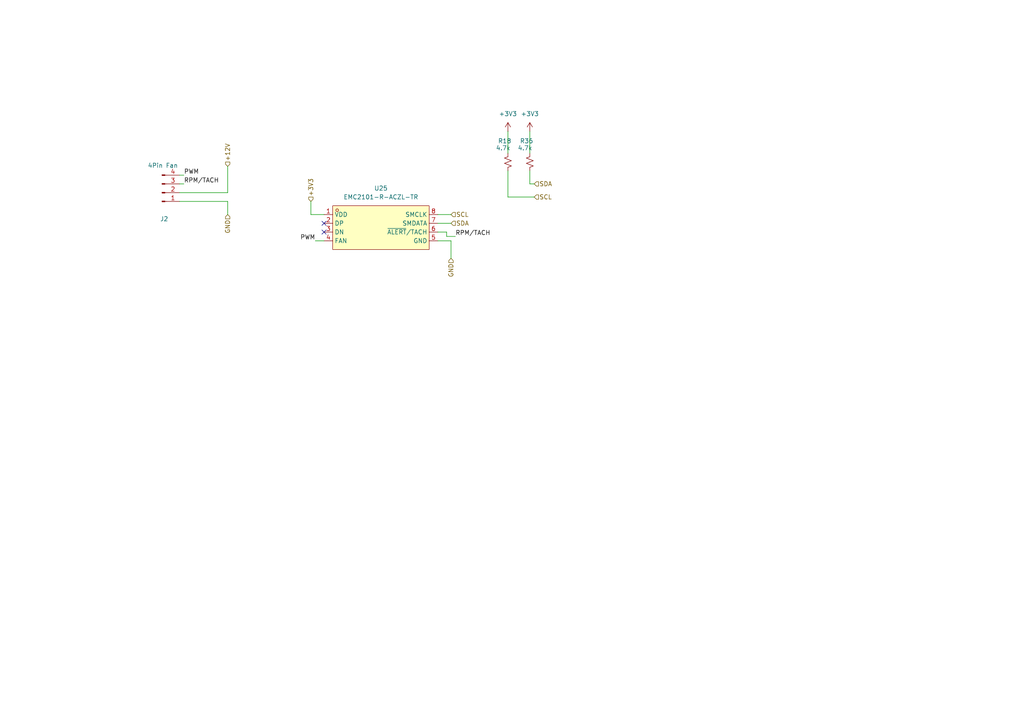
<source format=kicad_sch>
(kicad_sch (version 20250114) (generator "eeschema") (generator_version "9.0")
  (paper "A4")
  (lib_symbols
    (symbol "Connector:Conn_01x04_Pin" (pin_names (offset 1.016) (hide yes))
      (property "Reference" "J" (at 0 5.08 0))
      (property "Value" "Conn_01x04_Pin" (at 0 -7.62 0))
      (symbol "Conn_01x04_Pin_1_1"
        (rectangle (start 0.8636 2.667) (end 0 2.413) (stroke (width 0.1524)) (fill (type outline)))
        (rectangle (start 0.8636 0.127) (end 0 -0.127) (stroke (width 0.1524)) (fill (type outline)))
        (rectangle (start 0.8636 -2.413) (end 0 -2.667) (stroke (width 0.1524)) (fill (type outline)))
        (rectangle (start 0.8636 -4.953) (end 0 -5.207) (stroke (width 0.1524)) (fill (type outline)))
        (polyline (pts (xy 1.27 2.54) (xy 0.8636 2.54)) (stroke (width 0.1524)))
        (polyline (pts (xy 1.27 0) (xy 0.8636 0)) (stroke (width 0.1524)))
        (polyline (pts (xy 1.27 -2.54) (xy 0.8636 -2.54)) (stroke (width 0.1524)))
        (polyline (pts (xy 1.27 -5.08) (xy 0.8636 -5.08)) (stroke (width 0.1524)))
        (pin passive line (at 5.08 2.54 180) (length 3.81) (name "Pin_1") (number "1"))
        (pin passive line (at 5.08 0 180) (length 3.81) (name "Pin_2") (number "2"))
        (pin passive line (at 5.08 -2.54 180) (length 3.81) (name "Pin_3") (number "3"))
        (pin passive line (at 5.08 -5.08 180) (length 3.81) (name "Pin_4") (number "4"))
      )
    )
    (symbol "Device:R_Small_US" (pin_numbers (hide yes)) (pin_names (offset 0.254) (hide yes))
      (property "Reference" "R" (at 0.762 0.508 0))
      (property "Value" "R_Small_US" (at 0.762 -1.016 0))
      (symbol "R_Small_US_1_1"
        (polyline (pts (xy 0 1.524) (xy 1.016 1.143) (xy 0 0.762) (xy -1.016 0.381) (xy 0 0)))
        (polyline (pts (xy 0 0) (xy 1.016 -0.381) (xy 0 -0.762) (xy -1.016 -1.143) (xy 0 -1.524)))
        (pin passive line (at 0 2.54 270) (length 1.016) (name "~") (number "1"))
        (pin passive line (at 0 -2.54 90) (length 1.016) (name "~") (number "2"))
      )
    )
    (symbol "EasyEDA:EMC2101-R-ACZL-TR"
      (property "Reference" "U" (at 0 8.89 0))
      (property "Value" "EMC2101-R-ACZL-TR" (at 0 -8.89 0))
      (symbol "EMC2101-R-ACZL-TR_0_1"
        (rectangle (start -13.97 6.35) (end 13.97 -6.35) (fill (type background)))
        (circle (center -12.7 5.08) (radius 0.38))
        (pin unspecified line (at -16.51 3.81 0) (length 2.54) (name "VDD") (number "1"))
        (pin unspecified line (at -16.51 1.27 0) (length 2.54) (name "DP") (number "2"))
        (pin unspecified line (at -16.51 -1.27 0) (length 2.54) (name "DN") (number "3"))
        (pin unspecified line (at -16.51 -3.81 0) (length 2.54) (name "FAN") (number "4"))
        (pin unspecified line (at 16.51 3.81 180) (length 2.54) (name "SMCLK") (number "8"))
        (pin unspecified line (at 16.51 1.27 180) (length 2.54) (name "SMDATA") (number "7"))
        (pin unspecified line (at 16.51 -1.27 180) (length 2.54) (name "~{ALERT}/TACH") (number "6"))
        (pin unspecified line (at 16.51 -3.81 180) (length 2.54) (name "GND") (number "5"))
      )
    )
    (symbol "power:+3V3" (power) (pin_numbers (hide yes)) (pin_names (offset 0) (hide yes))
      (property "Value" "+3V3" (at 0 3.556 0))
      (symbol "+3V3_0_1"
        (polyline (pts (xy -0.762 1.27) (xy 0 2.54)))
        (polyline (pts (xy 0 2.54) (xy 0.762 1.27)))
        (polyline (pts (xy 0 0) (xy 0 2.54)))
      )
      (symbol "+3V3_1_1"
        (pin power_in line (at 0 0 90) (length 0) (name "~") (number "1"))
      )
    )
  )
  (no_connect (at 93.98 67.31))
  (no_connect (at 93.98 64.77))
  (wire (pts (xy 127 69.85) (xy 130.81 69.85)))
  (wire (pts (xy 147.32 49.53) (xy 147.32 57.15)))
  (wire (pts (xy 66.04 55.88) (xy 52.07 55.88)))
  (wire (pts (xy 129.54 68.58) (xy 132.08 68.58)))
  (wire (pts (xy 90.17 62.23) (xy 93.98 62.23)))
  (wire (pts (xy 52.07 53.34) (xy 53.34 53.34)))
  (wire (pts (xy 66.04 58.42) (xy 52.07 58.42)))
  (wire (pts (xy 130.81 69.85) (xy 130.81 74.93)))
  (wire (pts (xy 153.67 53.34) (xy 153.67 49.53)))
  (wire (pts (xy 153.67 38.1) (xy 153.67 44.45)))
  (wire (pts (xy 66.04 48.26) (xy 66.04 55.88)))
  (wire (pts (xy 91.44 69.85) (xy 93.98 69.85)))
  (wire (pts (xy 129.54 67.31) (xy 129.54 68.58)))
  (wire (pts (xy 90.17 58.42) (xy 90.17 62.23)))
  (wire (pts (xy 127 64.77) (xy 130.81 64.77)))
  (wire (pts (xy 66.04 62.23) (xy 66.04 58.42)))
  (wire (pts (xy 127 62.23) (xy 130.81 62.23)))
  (wire (pts (xy 147.32 38.1) (xy 147.32 44.45)))
  (wire (pts (xy 147.32 57.15) (xy 154.94 57.15)))
  (wire (pts (xy 127 67.31) (xy 129.54 67.31)))
  (wire (pts (xy 52.07 50.8) (xy 53.34 50.8)))
  (wire (pts (xy 154.94 53.34) (xy 153.67 53.34)))
  (label "PWM" (at 53.34 50.8 0))
  (label "RPM{slash}TACH" (at 132.08 68.58 0))
  (label "PWM" (at 91.44 69.85 180))
  (label "RPM{slash}TACH" (at 53.34 53.34 0))
  (hierarchical_label "SDA" (shape input) (at 130.81 64.77 0))
  (hierarchical_label "SCL" (shape input) (at 130.81 62.23 0))
  (hierarchical_label "SDA" (shape input) (at 154.94 53.34 0))
  (hierarchical_label "GND" (shape input) (at 66.04 62.23 270))
  (hierarchical_label "+12V" (shape input) (at 66.04 48.26 90))
  (hierarchical_label "+3V3" (shape input) (at 90.17 58.42 90))
  (hierarchical_label "GND" (shape input) (at 130.81 74.93 270))
  (hierarchical_label "SCL" (shape input) (at 154.94 57.15 0))
  (symbol (lib_id "power:+3V3") (at 147.32 38.1 0) (unit 1)
    (property "Reference" "#PWR041" (effects (hide yes)))
    (property "Value" "+3V3" (at 147.32 33.02 0))
    (property "Description" "Power symbol creates a global label with name \"+3V3\"" (effects (hide yes)))
    (instances (project "Pool-Spa-Controller-V2" (path "" (reference "#PWR042") (unit 1)) (path "" (reference "#PWR041") (unit 1))))
  )
  (symbol (lib_id "EasyEDA:EMC2101-R-ACZL-TR") (at 110.49 66.04 0) (unit 1)
    (property "Reference" "U26" (at 110.49 54.61 0))
    (property "Value" "EMC2101-R-ACZL-TR" (at 110.49 57.15 0))
    (property "Footprint" "EasyEDA:MSOP-8_L3.0-W3.0-P0.65-LS4.9-BL" (effects (hide yes)))
    (property "LCSC Part" "C626968" (effects (hide yes)))
    (instances (project "Pool-Spa-Controller-V2" (path "" (reference "U25") (unit 1)) (path "" (reference "U26") (unit 1))))
  )
  (symbol (lib_id "Device:R_Small_US") (at 147.32 46.99 0) (mirror y) (unit 1)
    (property "Reference" "R17" (at 148.336 40.894 0) (effects (justify left)))
    (property "Value" "4.7k" (at 148.082 42.926 0) (effects (justify left)))
    (property "Footprint" "Resistor_SMD:R_0402_1005Metric" (effects (hide yes)))
    (property "Description" "Resistor, small US symbol" (effects (hide yes)))
    (instances (project "Pool-Spa-Controller-V2" (path "" (reference "R18") (unit 1)) (path "" (reference "R17") (unit 1))))
  )
  (symbol (lib_id "Device:R_Small_US") (at 153.67 46.99 0) (mirror y) (unit 1)
    (property "Reference" "R19" (at 154.686 40.894 0) (effects (justify left)))
    (property "Value" "4.7k" (at 154.432 42.926 0) (effects (justify left)))
    (property "Footprint" "Resistor_SMD:R_0402_1005Metric" (effects (hide yes)))
    (property "Description" "Resistor, small US symbol" (effects (hide yes)))
    (instances (project "Pool-Spa-Controller-V2" (path "" (reference "R36") (unit 1)) (path "" (reference "R19") (unit 1))))
  )
  (symbol (lib_id "Connector:Conn_01x04_Pin") (at 46.99 55.88 0) (mirror x) (unit 1)
    (property "Reference" "J3" (at 47.625 63.5 0))
    (property "Value" "4Pin Fan" (at 47.244 48.006 0))
    (property "Footprint" "Connector_PinHeader_2.54mm:PinHeader_1x04_P2.54mm_Vertical" (effects (hide yes)))
    (property "Description" "Generic connector, single row, 01x04, script generated" (effects (hide yes)))
    (instances (project "Pool-Spa-Controller-V2" (path "" (reference "J2") (unit 1)) (path "" (reference "J3") (unit 1))))
  )
  (symbol (lib_id "power:+3V3") (at 153.67 38.1 0) (unit 1)
    (property "Reference" "#PWR043" (effects (hide yes)))
    (property "Value" "+3V3" (at 153.67 33.02 0))
    (property "Description" "Power symbol creates a global label with name \"+3V3\"" (effects (hide yes)))
    (instances (project "Pool-Spa-Controller-V2" (path "" (reference "#PWR0131") (unit 1)) (path "" (reference "#PWR043") (unit 1))))
  )
)
</source>
